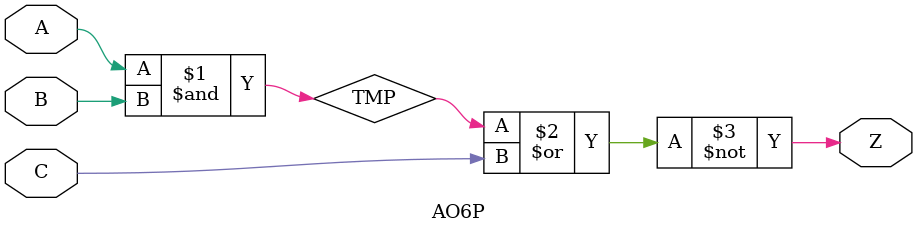
<source format=v>
/*******************************************************************************************************
 * ECE 527L
 * Ussash Arafat
 *
 * Library: lsi_10k
 * Target Cell: AO6P
 * ***************************************************************************************************
 * 3 input AND-NOR
 * ***************************************************************************************************/

`timescale 1ns/1ps //Declaring referernce time and time precision

module AO6P(A,B,C,Z);

// I/O declaration
input A,B,C;
output Z;

//Internal signals
wire TMP;

//Describing operations using built-in-primitives
and (TMP,A,B);
nor (Z,TMP,C);

//Specifying delays
specify
specparam
BEST_RISE=0.29, BEST_FALL=0.07,
TYP_RISE=1.075, TYP_FALL=0.245,
WORST_RISE=1.86, WORST_FALL=0.42;
//Rise time and fall time in full connection  with Best, Typical and worst conditions
(A, B, C *> Z) = (BEST_RISE:TYP_RISE:WORST_RISE,BEST_FALL:TYP_FALL:WORST_FALL);
endspecify
endmodule

</source>
